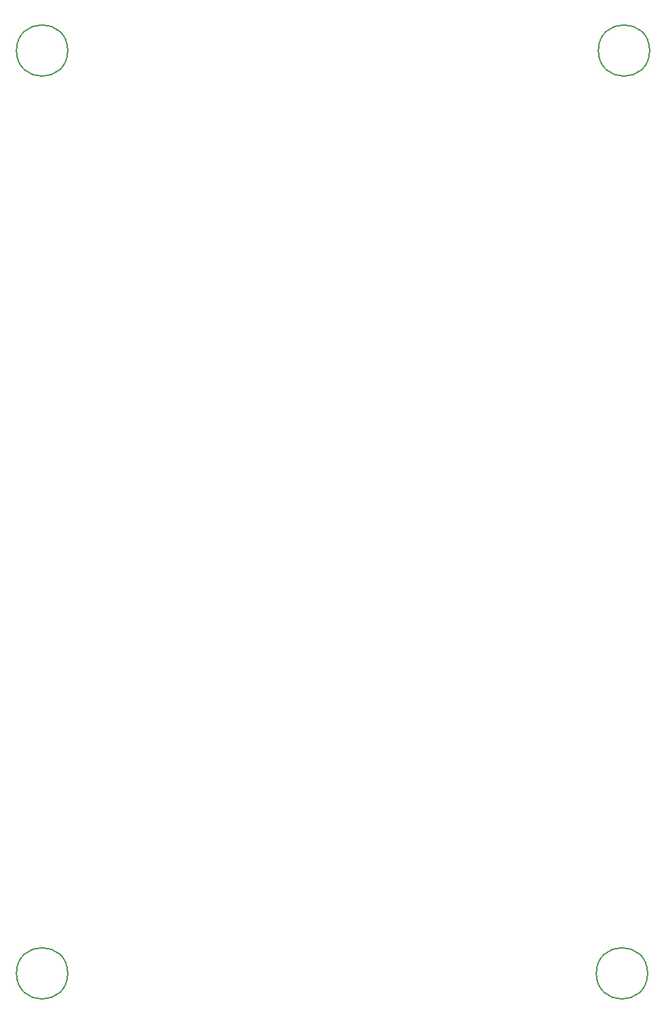
<source format=gbr>
%TF.GenerationSoftware,KiCad,Pcbnew,7.0.6*%
%TF.CreationDate,2023-07-24T15:49:13+01:00*%
%TF.ProjectId,new_board2,6e65775f-626f-4617-9264-322e6b696361,rev?*%
%TF.SameCoordinates,Original*%
%TF.FileFunction,Other,Comment*%
%FSLAX46Y46*%
G04 Gerber Fmt 4.6, Leading zero omitted, Abs format (unit mm)*
G04 Created by KiCad (PCBNEW 7.0.6) date 2023-07-24 15:49:13*
%MOMM*%
%LPD*%
G01*
G04 APERTURE LIST*
%ADD10C,0.150000*%
G04 APERTURE END LIST*
D10*
%TO.C,H4*%
X215290000Y-160020000D02*
G75*
G03*
X215290000Y-160020000I-3200000J0D01*
G01*
%TO.C,H3*%
X142900000Y-160020000D02*
G75*
G03*
X142900000Y-160020000I-3200000J0D01*
G01*
%TO.C,H2*%
X215544000Y-44958000D02*
G75*
G03*
X215544000Y-44958000I-3200000J0D01*
G01*
%TO.C,H1*%
X142900000Y-44958000D02*
G75*
G03*
X142900000Y-44958000I-3200000J0D01*
G01*
%TD*%
M02*

</source>
